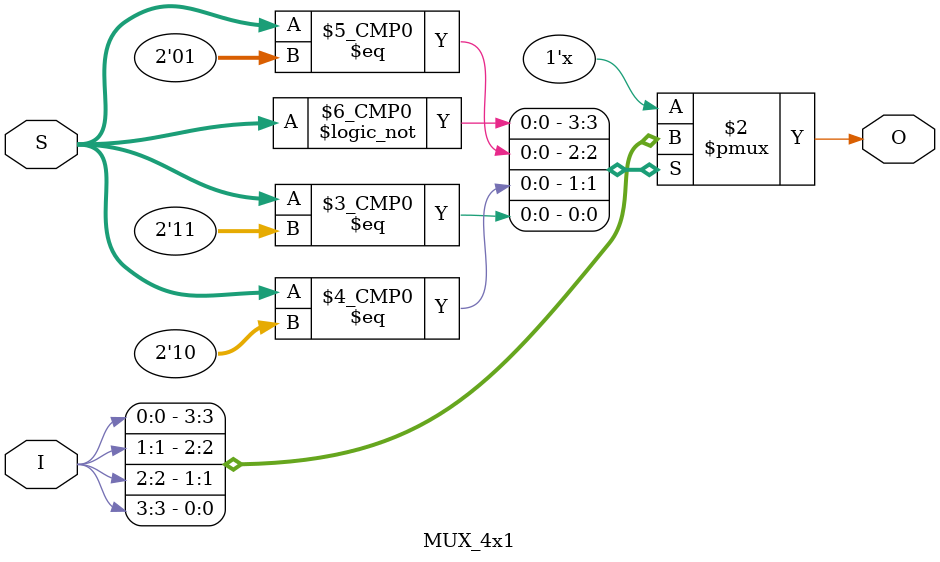
<source format=v>
`timescale 1ns / 1ps

// Author      : Venu Pabbuleti 
// ID          : N180116
//Branch       : ECE
//Project Name : RTL design using Verilog
//Design  Name : 4 TO 1 MUX
//Module  Name : MUX DESIGN MODULE
//RGUKT NUZVID 
//////////////////////////////////////////////////////////////////////////////////

module MUX_4x1(S,I,O);
input [1:0]S;
input [3:0]I;
output reg O;
always@(S,I) begin
    case({S})
    2'b00 : O=I[0];
    2'b01 : O=I[1];
    2'b10 : O=I[2];
    2'b11 : O=I[3];
    default : O=1'b0;
    endcase
end
endmodule


</source>
